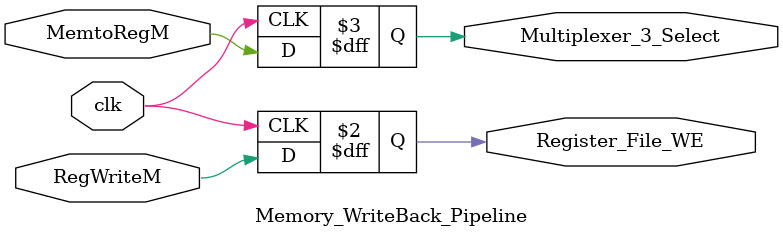
<source format=v>
`timescale 1ns / 1ps
module Memory_WriteBack_Pipeline( input clk,
											 input RegWriteM,
											 input MemtoRegM,
											 output reg Register_File_WE,
											 output reg Multiplexer_3_Select
											 );
	always @(posedge clk) begin
			Register_File_WE <= RegWriteM;
			Multiplexer_3_Select <= MemtoRegM;
	end

endmodule

</source>
